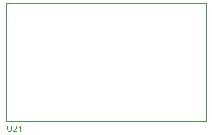
<source format=gm1>
G04*
G04 #@! TF.GenerationSoftware,Altium Limited,Altium Designer,20.0.13 (296)*
G04*
G04 Layer_Color=16711935*
%FSLAX25Y25*%
%MOIN*%
G70*
G01*
G75*
%ADD11C,0.00394*%
G36*
X519893Y210006D02*
Y210002D01*
Y209992D01*
Y209976D01*
X519891Y209955D01*
Y209930D01*
X519889Y209901D01*
X519887Y209868D01*
X519884Y209831D01*
X519880Y209794D01*
X519875Y209754D01*
X519863Y209673D01*
X519845Y209594D01*
X519835Y209558D01*
X519823Y209523D01*
Y209521D01*
X519819Y209516D01*
X519816Y209505D01*
X519809Y209493D01*
X519802Y209477D01*
X519791Y209460D01*
X519781Y209440D01*
X519767Y209419D01*
X519751Y209397D01*
X519732Y209374D01*
X519712Y209349D01*
X519690Y209325D01*
X519663Y209300D01*
X519637Y209278D01*
X519607Y209253D01*
X519574Y209232D01*
X519572Y209230D01*
X519565Y209227D01*
X519557Y209222D01*
X519541Y209215D01*
X519523Y209206D01*
X519502Y209197D01*
X519478Y209187D01*
X519448Y209176D01*
X519417Y209166D01*
X519382Y209155D01*
X519341Y209146D01*
X519301Y209138D01*
X519256Y209131D01*
X519208Y209125D01*
X519158Y209122D01*
X519103Y209120D01*
X519075D01*
X519056Y209122D01*
X519032Y209124D01*
X519004Y209125D01*
X518974Y209129D01*
X518939Y209133D01*
X518904Y209138D01*
X518865Y209143D01*
X518788Y209160D01*
X518750Y209173D01*
X518711Y209185D01*
X518675Y209199D01*
X518640Y209216D01*
X518638Y209218D01*
X518633Y209222D01*
X518622Y209227D01*
X518610Y209234D01*
X518596Y209244D01*
X518578Y209257D01*
X518561Y209273D01*
X518542Y209288D01*
X518521Y209308D01*
X518500Y209329D01*
X518477Y209351D01*
X518456Y209378D01*
X518437Y209405D01*
X518417Y209435D01*
X518400Y209467D01*
X518384Y209500D01*
Y209502D01*
X518381Y209509D01*
X518377Y209519D01*
X518372Y209533D01*
X518367Y209553D01*
X518360Y209575D01*
X518353Y209601D01*
X518346Y209633D01*
X518339Y209666D01*
X518332Y209705D01*
X518325Y209747D01*
X518319Y209792D01*
X518314Y209840D01*
X518311Y209892D01*
X518309Y209948D01*
X518307Y210006D01*
Y211171D01*
X518575D01*
Y210008D01*
Y210004D01*
Y209995D01*
Y209983D01*
Y209964D01*
X518577Y209943D01*
Y209918D01*
X518578Y209890D01*
X518580Y209860D01*
X518587Y209798D01*
X518594Y209735D01*
X518601Y209703D01*
X518606Y209673D01*
X518613Y209645D01*
X518622Y209621D01*
Y209619D01*
X518624Y209615D01*
X518627Y209609D01*
X518631Y209600D01*
X518638Y209589D01*
X518643Y209579D01*
X518662Y209551D01*
X518685Y209519D01*
X518713Y209488D01*
X518748Y209456D01*
X518790Y209428D01*
X518792D01*
X518795Y209425D01*
X518802Y209423D01*
X518811Y209418D01*
X518823Y209413D01*
X518837Y209407D01*
X518853Y209402D01*
X518871Y209395D01*
X518892Y209388D01*
X518913Y209383D01*
X518937Y209378D01*
X518963Y209372D01*
X519019Y209365D01*
X519081Y209362D01*
X519093D01*
X519109Y209364D01*
X519128D01*
X519152Y209365D01*
X519180Y209369D01*
X519210Y209372D01*
X519243Y209379D01*
X519277Y209386D01*
X519312Y209395D01*
X519347Y209405D01*
X519382Y209418D01*
X519415Y209434D01*
X519445Y209451D01*
X519474Y209472D01*
X519499Y209495D01*
X519501Y209496D01*
X519504Y209502D01*
X519511Y209509D01*
X519518Y209521D01*
X519529Y209537D01*
X519539Y209558D01*
X519550Y209580D01*
X519562Y209609D01*
X519574Y209642D01*
X519585Y209679D01*
X519595Y209720D01*
X519606Y209768D01*
X519613Y209819D01*
X519620Y209876D01*
X519623Y209939D01*
X519625Y210008D01*
Y211171D01*
X519893D01*
Y210006D01*
D02*
G37*
G36*
X522847Y209864D02*
X523120D01*
Y209636D01*
X522847D01*
Y209154D01*
X522598D01*
Y209636D01*
X521723D01*
Y209864D01*
X522644Y211171D01*
X522847D01*
Y209864D01*
D02*
G37*
G36*
X520934Y211176D02*
X520953D01*
X520978Y211173D01*
X521007Y211170D01*
X521039Y211164D01*
X521072Y211159D01*
X521109Y211150D01*
X521146Y211140D01*
X521184Y211126D01*
X521223Y211110D01*
X521261Y211092D01*
X521298Y211070D01*
X521333Y211045D01*
X521366Y211017D01*
X521368Y211016D01*
X521373Y211010D01*
X521382Y211001D01*
X521392Y210989D01*
X521406Y210974D01*
X521420Y210954D01*
X521434Y210931D01*
X521452Y210907D01*
X521468Y210879D01*
X521482Y210849D01*
X521497Y210816D01*
X521510Y210781D01*
X521520Y210744D01*
X521529Y210704D01*
X521534Y210662D01*
X521536Y210618D01*
Y210616D01*
Y210613D01*
Y210606D01*
Y210597D01*
X521534Y210587D01*
Y210573D01*
X521529Y210543D01*
X521524Y210506D01*
X521515Y210466D01*
X521503Y210422D01*
X521485Y210379D01*
Y210377D01*
X521483Y210373D01*
X521480Y210366D01*
X521476Y210359D01*
X521471Y210347D01*
X521464Y210335D01*
X521455Y210321D01*
X521447Y210305D01*
X521424Y210268D01*
X521396Y210226D01*
X521361Y210181D01*
X521321Y210134D01*
X521319Y210132D01*
X521315Y210128D01*
X521308Y210120D01*
X521300Y210109D01*
X521286Y210097D01*
X521270Y210081D01*
X521252Y210062D01*
X521231Y210041D01*
X521205Y210016D01*
X521177Y209990D01*
X521147Y209960D01*
X521112Y209929D01*
X521076Y209895D01*
X521034Y209859D01*
X520990Y209820D01*
X520941Y209778D01*
X520939Y209776D01*
X520930Y209770D01*
X520920Y209761D01*
X520904Y209749D01*
X520887Y209733D01*
X520867Y209715D01*
X520845Y209696D01*
X520822Y209677D01*
X520773Y209635D01*
X520726Y209593D01*
X520705Y209574D01*
X520684Y209554D01*
X520668Y209539D01*
X520654Y209524D01*
X520650Y209521D01*
X520643Y209514D01*
X520631Y209500D01*
X520617Y209483D01*
X520601Y209463D01*
X520584Y209440D01*
X520566Y209416D01*
X520551Y209391D01*
X521539D01*
Y209154D01*
X520206D01*
Y209155D01*
Y209157D01*
Y209162D01*
Y209169D01*
Y209187D01*
X520208Y209208D01*
X520211Y209234D01*
X520216Y209264D01*
X520223Y209294D01*
X520234Y209325D01*
Y209327D01*
X520236Y209332D01*
X520239Y209339D01*
X520244Y209348D01*
X520250Y209360D01*
X520257Y209376D01*
X520264Y209391D01*
X520274Y209409D01*
X520295Y209451D01*
X520325Y209495D01*
X520358Y209544D01*
X520397Y209593D01*
X520398Y209594D01*
X520402Y209598D01*
X520409Y209607D01*
X520418Y209615D01*
X520430Y209628D01*
X520444Y209644D01*
X520460Y209661D01*
X520479Y209680D01*
X520502Y209701D01*
X520524Y209724D01*
X520552Y209750D01*
X520580Y209776D01*
X520612Y209805D01*
X520645Y209834D01*
X520682Y209866D01*
X520720Y209897D01*
X520722D01*
X520724Y209901D01*
X520734Y209910D01*
X520752Y209924D01*
X520773Y209943D01*
X520801Y209965D01*
X520831Y209992D01*
X520864Y210021D01*
X520899Y210053D01*
X520936Y210086D01*
X520974Y210121D01*
X521011Y210156D01*
X521048Y210193D01*
X521081Y210228D01*
X521112Y210263D01*
X521140Y210295D01*
X521165Y210326D01*
X521167Y210328D01*
X521170Y210333D01*
X521175Y210342D01*
X521182Y210352D01*
X521191Y210366D01*
X521202Y210384D01*
X521212Y210401D01*
X521223Y210422D01*
X521244Y210468D01*
X521263Y210519D01*
X521270Y210545D01*
X521275Y210571D01*
X521279Y210597D01*
X521280Y210624D01*
Y210625D01*
Y210630D01*
Y210637D01*
X521279Y210648D01*
X521277Y210660D01*
X521275Y210676D01*
X521272Y210692D01*
X521268Y210709D01*
X521254Y210750D01*
X521247Y210769D01*
X521237Y210790D01*
X521224Y210811D01*
X521210Y210832D01*
X521195Y210853D01*
X521175Y210872D01*
X521174Y210874D01*
X521170Y210877D01*
X521165Y210881D01*
X521156Y210888D01*
X521146Y210895D01*
X521133Y210904D01*
X521119Y210914D01*
X521102Y210923D01*
X521083Y210931D01*
X521062Y210942D01*
X521039Y210951D01*
X521014Y210958D01*
X520990Y210965D01*
X520962Y210970D01*
X520932Y210972D01*
X520901Y210974D01*
X520883D01*
X520871Y210972D01*
X520857Y210970D01*
X520839Y210968D01*
X520818Y210965D01*
X520797Y210960D01*
X520752Y210947D01*
X520729Y210939D01*
X520705Y210928D01*
X520682Y210916D01*
X520659Y210900D01*
X520636Y210884D01*
X520615Y210865D01*
X520614Y210863D01*
X520610Y210860D01*
X520605Y210855D01*
X520600Y210846D01*
X520591Y210834D01*
X520582Y210821D01*
X520572Y210806D01*
X520563Y210788D01*
X520552Y210767D01*
X520542Y210744D01*
X520533Y210720D01*
X520526Y210694D01*
X520519Y210665D01*
X520514Y210634D01*
X520510Y210602D01*
X520509Y210567D01*
X520253Y210594D01*
Y210597D01*
X520255Y210606D01*
X520257Y210622D01*
X520260Y210641D01*
X520264Y210664D01*
X520271Y210692D01*
X520278Y210721D01*
X520286Y210755D01*
X520299Y210790D01*
X520311Y210825D01*
X520327Y210861D01*
X520346Y210896D01*
X520367Y210933D01*
X520390Y210966D01*
X520418Y210998D01*
X520447Y211028D01*
X520449Y211030D01*
X520456Y211035D01*
X520465Y211042D01*
X520479Y211051D01*
X520496Y211063D01*
X520517Y211075D01*
X520542Y211089D01*
X520570Y211103D01*
X520600Y211117D01*
X520635Y211131D01*
X520673Y211143D01*
X520713Y211156D01*
X520757Y211164D01*
X520804Y211171D01*
X520853Y211176D01*
X520906Y211178D01*
X520918D01*
X520934Y211176D01*
D02*
G37*
%LPC*%
G36*
X522598Y210772D02*
X521966Y209864D01*
X522598D01*
Y210772D01*
D02*
G37*
%LPD*%
D11*
X517717Y212598D02*
Y251969D01*
X584646D01*
X517717Y212598D02*
X584646D01*
X584646D02*
Y251969D01*
M02*

</source>
